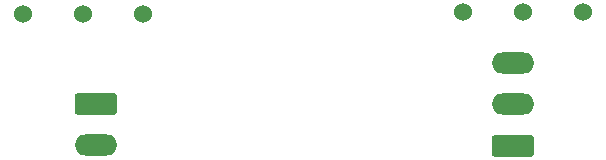
<source format=gbr>
%TF.GenerationSoftware,KiCad,Pcbnew,7.0.10*%
%TF.CreationDate,2024-02-26T13:26:31+01:00*%
%TF.ProjectId,servoFrogSwitches,73657276-6f46-4726-9f67-537769746368,rev?*%
%TF.SameCoordinates,Original*%
%TF.FileFunction,Copper,L2,Bot*%
%TF.FilePolarity,Positive*%
%FSLAX46Y46*%
G04 Gerber Fmt 4.6, Leading zero omitted, Abs format (unit mm)*
G04 Created by KiCad (PCBNEW 7.0.10) date 2024-02-26 13:26:31*
%MOMM*%
%LPD*%
G01*
G04 APERTURE LIST*
G04 Aperture macros list*
%AMRoundRect*
0 Rectangle with rounded corners*
0 $1 Rounding radius*
0 $2 $3 $4 $5 $6 $7 $8 $9 X,Y pos of 4 corners*
0 Add a 4 corners polygon primitive as box body*
4,1,4,$2,$3,$4,$5,$6,$7,$8,$9,$2,$3,0*
0 Add four circle primitives for the rounded corners*
1,1,$1+$1,$2,$3*
1,1,$1+$1,$4,$5*
1,1,$1+$1,$6,$7*
1,1,$1+$1,$8,$9*
0 Add four rect primitives between the rounded corners*
20,1,$1+$1,$2,$3,$4,$5,0*
20,1,$1+$1,$4,$5,$6,$7,0*
20,1,$1+$1,$6,$7,$8,$9,0*
20,1,$1+$1,$8,$9,$2,$3,0*%
G04 Aperture macros list end*
%TA.AperFunction,ComponentPad*%
%ADD10C,1.524000*%
%TD*%
%TA.AperFunction,ComponentPad*%
%ADD11O,3.600000X1.800000*%
%TD*%
%TA.AperFunction,ComponentPad*%
%ADD12RoundRect,0.250000X1.550000X-0.650000X1.550000X0.650000X-1.550000X0.650000X-1.550000X-0.650000X0*%
%TD*%
%TA.AperFunction,ComponentPad*%
%ADD13RoundRect,0.250000X-1.550000X0.650000X-1.550000X-0.650000X1.550000X-0.650000X1.550000X0.650000X0*%
%TD*%
G04 APERTURE END LIST*
D10*
%TO.P,SW502,1,A*%
%TO.N,unconnected-(SW502-A-Pad1)*%
X109202000Y-87687000D03*
%TO.P,SW502,2,B*%
%TO.N,/COM*%
X99042000Y-87677000D03*
%TO.P,SW502,3,C*%
%TO.N,/A*%
X104122000Y-87677000D03*
%TD*%
%TO.P,SW501,1,A*%
%TO.N,unconnected-(SW501-A-Pad1)*%
X136273000Y-87560000D03*
%TO.P,SW501,2,B*%
%TO.N,/COM*%
X141353000Y-87550000D03*
%TO.P,SW501,3,C*%
%TO.N,/B*%
X146433000Y-87550000D03*
%TD*%
D11*
%TO.P,J1,3,Pin_3*%
%TO.N,/COM*%
X140500000Y-91838000D03*
%TO.P,J1,2,Pin_2*%
%TO.N,/A*%
X140500000Y-95338000D03*
D12*
%TO.P,J1,1,Pin_1*%
%TO.N,/B*%
X140500000Y-98838000D03*
%TD*%
D11*
%TO.P,J2,2,Pin_2*%
%TO.N,/B*%
X105156000Y-98806000D03*
D13*
%TO.P,J2,1,Pin_1*%
%TO.N,/A*%
X105156000Y-95306000D03*
%TD*%
M02*

</source>
